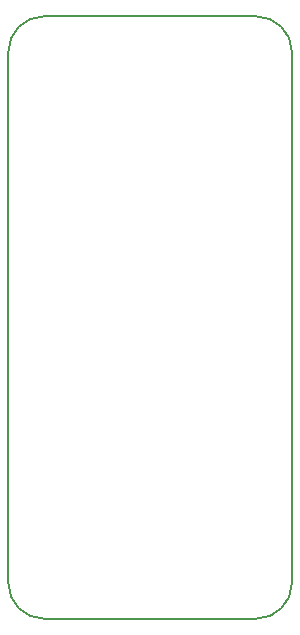
<source format=gbr>
G04 #@! TF.GenerationSoftware,KiCad,Pcbnew,5.1.6-c6e7f7d~86~ubuntu20.04.1*
G04 #@! TF.CreationDate,2020-05-31T05:55:26-07:00*
G04 #@! TF.ProjectId,glasgow-pmod,676c6173-676f-4772-9d70-6d6f642e6b69,rev?*
G04 #@! TF.SameCoordinates,PX90013c0PY44b6550*
G04 #@! TF.FileFunction,Profile,NP*
%FSLAX46Y46*%
G04 Gerber Fmt 4.6, Leading zero omitted, Abs format (unit mm)*
G04 Created by KiCad (PCBNEW 5.1.6-c6e7f7d~86~ubuntu20.04.1) date 2020-05-31 05:55:26*
%MOMM*%
%LPD*%
G01*
G04 APERTURE LIST*
G04 #@! TA.AperFunction,Profile*
%ADD10C,0.200000*%
G04 #@! TD*
G04 APERTURE END LIST*
D10*
X21000000Y50000D02*
G75*
G02*
X24000000Y-2950000I0J-3000000D01*
G01*
X0Y-2950000D02*
G75*
G02*
X3000000Y50000I3000000J0D01*
G01*
X3000000Y50000D02*
X21000000Y50000D01*
X24000000Y-47950000D02*
G75*
G02*
X21000000Y-50950000I-3000000J0D01*
G01*
X3000000Y-50950000D02*
G75*
G02*
X0Y-47950000I0J3000000D01*
G01*
X0Y-2950000D02*
X0Y-47950000D01*
X24000000Y-47950000D02*
X24000000Y-2950000D01*
X3000000Y-50950000D02*
X21000000Y-50950000D01*
M02*

</source>
